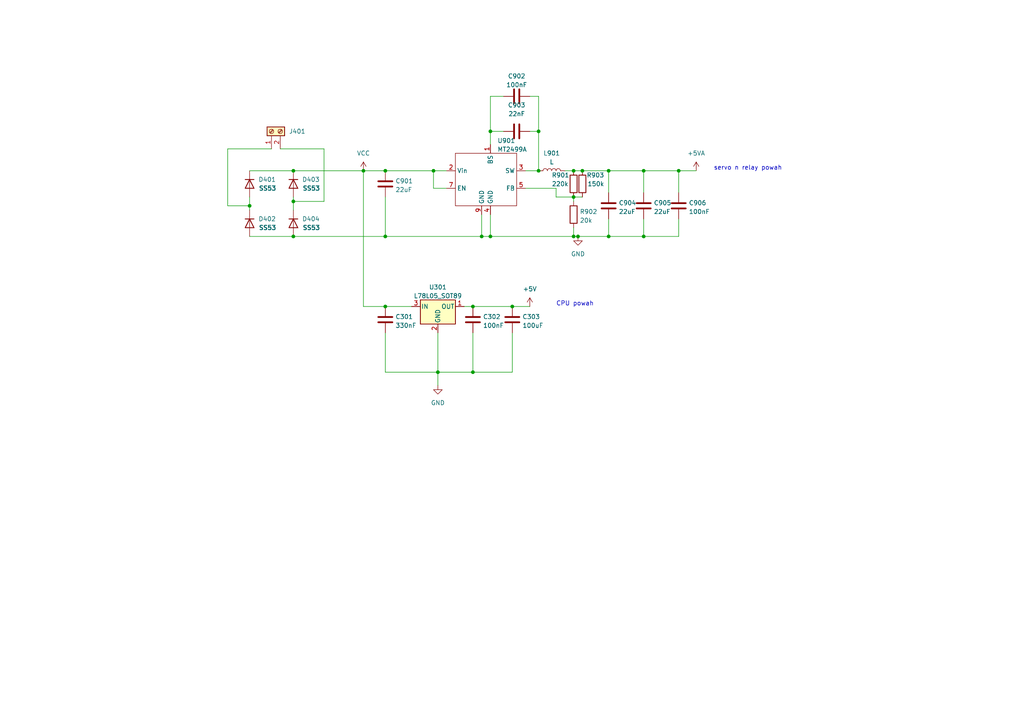
<source format=kicad_sch>
(kicad_sch (version 20230121) (generator eeschema)
  (paper "A4")
  (lib_symbols
    (symbol "Connector:Screw_Terminal_01x02" (pin_names (offset 1.016) hide)
      (property "Reference" "J" (at 0 2.54 0))
      (property "Value" "Screw_Terminal_01x02" (at 0 -5.08 0))
      (symbol "Screw_Terminal_01x02_1_1"
        (rectangle (start -1.27 1.27) (end 1.27 -3.81) (stroke (width 0.254)) (fill (type background)))
        (circle (center 0 -2.54) (radius 0.635) (stroke (width 0.1524)))
        (polyline (pts (xy -0.5334 -2.2098) (xy 0.3302 -3.048)) (stroke (width 0.1524)))
        (polyline (pts (xy -0.5334 0.3302) (xy 0.3302 -0.508)) (stroke (width 0.1524)))
        (polyline (pts (xy -0.3556 -2.032) (xy 0.508 -2.8702)) (stroke (width 0.1524)))
        (polyline (pts (xy -0.3556 0.508) (xy 0.508 -0.3302)) (stroke (width 0.1524)))
        (circle (center 0 0) (radius 0.635) (stroke (width 0.1524)))
        (pin passive line (at -5.08 0 0) (length 3.81) (name "Pin_1") (number "1"))
        (pin passive line (at -5.08 -2.54 0) (length 3.81) (name "Pin_2") (number "2"))
      )
    )
    (symbol "Device:C" (pin_numbers hide) (pin_names (offset 0.254))
      (property "Reference" "C" (at 0.635 2.54 0))
      (property "Value" "C" (at 0.635 -2.54 0))
      (symbol "C_0_1"
        (polyline (pts (xy -2.032 -0.762) (xy 2.032 -0.762)) (stroke (width 0.508)))
        (polyline (pts (xy -2.032 0.762) (xy 2.032 0.762)) (stroke (width 0.508)))
      )
      (symbol "C_1_1"
        (pin passive line (at 0 3.81 270) (length 2.794) (name "~") (number "1"))
        (pin passive line (at 0 -3.81 90) (length 2.794) (name "~") (number "2"))
      )
    )
    (symbol "Device:L" (pin_numbers hide) (pin_names (offset 1.016) hide)
      (property "Reference" "L" (at -1.27 0 90))
      (property "Value" "L" (at 1.905 0 90))
      (symbol "L_0_1"
        (arc (start 0 -2.54) (mid 0.6323 -1.905) (end 0 -1.27))
        (arc (start 0 -1.27) (mid 0.6323 -0.635) (end 0 0))
        (arc (start 0 0) (mid 0.6323 0.635) (end 0 1.27))
        (arc (start 0 1.27) (mid 0.6323 1.905) (end 0 2.54))
      )
      (symbol "L_1_1"
        (pin passive line (at 0 3.81 270) (length 1.27) (name "1") (number "1"))
        (pin passive line (at 0 -3.81 90) (length 1.27) (name "2") (number "2"))
      )
    )
    (symbol "Device:R" (pin_numbers hide) (pin_names (offset 0))
      (property "Reference" "R" (at 2.032 0 90))
      (property "Value" "R" (at 0 0 90))
      (symbol "R_0_1"
        (rectangle (start -1.016 -2.54) (end 1.016 2.54) (stroke (width 0.254)))
      )
      (symbol "R_1_1"
        (pin passive line (at 0 3.81 270) (length 1.27) (name "~") (number "1"))
        (pin passive line (at 0 -3.81 90) (length 1.27) (name "~") (number "2"))
      )
    )
    (symbol "Regulator_Linear:L78L05_SOT89" (pin_names (offset 0.254))
      (property "Reference" "U" (at -3.81 3.175 0))
      (property "Value" "L78L05_SOT89" (at -0.635 3.175 0))
      (symbol "L78L05_SOT89_0_1"
        (rectangle (start -5.08 1.905) (end 5.08 -5.08) (stroke (width 0.254)) (fill (type background)))
      )
      (symbol "L78L05_SOT89_1_1"
        (pin power_out line (at 7.62 0 180) (length 2.54) (name "OUT") (number "1"))
        (pin power_in line (at 0 -7.62 90) (length 2.54) (name "GND") (number "2"))
        (pin power_in line (at -7.62 0 0) (length 2.54) (name "IN") (number "3"))
      )
    )
    (symbol "custom_kicad_lib_sk:MT499A"
      (property "Reference" "U1" (at 2.0194 9.999 0))
      (property "Value" "MT499A" (at 2.0194 7.4621 0))
      (symbol "MT499A_0_1"
        (rectangle (start -10.16 6.35) (end 7.62 -8.89) (stroke (width 0.1524)))
      )
      (symbol "MT499A_1_1"
        (pin input line (at 0 8.89 270) (length 2.54) (name "BS") (number "1"))
        (pin power_in line (at -12.7 1.27 0) (length 2.54) (name "Vin") (number "2"))
        (pin input line (at 10.16 1.27 180) (length 2.54) (name "SW") (number "3"))
        (pin power_in line (at 0 -11.43 90) (length 2.54) (name "GND") (number "4"))
        (pin input line (at 10.16 -3.81 180) (length 2.54) (name "FB") (number "5"))
        (pin no_connect line (at 8.89 -11.43 180) (length 2.54) hide (name "NC") (number "6"))
        (pin input line (at -12.7 -3.81 0) (length 2.54) (name "EN") (number "7"))
        (pin no_connect line (at 8.89 -13.97 180) (length 2.54) hide (name "NC") (number "8"))
        (pin input line (at -2.54 -11.43 90) (length 2.54) (name "GND") (number "9"))
      )
    )
    (symbol "custom_kicad_lib_sk:SS53" (pin_numbers hide) (pin_names (offset 1.016) hide)
      (property "Reference" "D" (at 0 2.54 0))
      (property "Value" "SS53" (at 0 -1.27 0))
      (symbol "SS53_0_1"
        (polyline (pts (xy -1.27 2.54) (xy -1.27 0)) (stroke (width 0.254)))
        (polyline (pts (xy 1.27 1.27) (xy -1.27 1.27)))
        (polyline (pts (xy 1.27 2.54) (xy 1.27 0) (xy -1.27 1.27) (xy 1.27 2.54)) (stroke (width 0.254)))
      )
      (symbol "SS53_1_1"
        (pin passive line (at -3.81 1.27 0) (length 2.54) (name "K") (number "1"))
        (pin passive line (at 3.81 1.27 180) (length 2.54) (name "A") (number "2"))
      )
    )
    (symbol "power:+5V" (power) (pin_names (offset 0))
      (property "Value" "+5V" (at 0 3.556 0))
      (symbol "+5V_0_1"
        (polyline (pts (xy -0.762 1.27) (xy 0 2.54)))
        (polyline (pts (xy 0 0) (xy 0 2.54)))
        (polyline (pts (xy 0 2.54) (xy 0.762 1.27)))
      )
      (symbol "+5V_1_1"
        (pin power_in line (at 0 0 90) (length 0) hide (name "+5V") (number "1"))
      )
    )
    (symbol "power:+5VA" (power) (pin_names (offset 0))
      (property "Value" "+5VA" (at 0 3.556 0))
      (symbol "+5VA_0_1"
        (polyline (pts (xy -0.762 1.27) (xy 0 2.54)))
        (polyline (pts (xy 0 0) (xy 0 2.54)))
        (polyline (pts (xy 0 2.54) (xy 0.762 1.27)))
      )
      (symbol "+5VA_1_1"
        (pin power_in line (at 0 0 90) (length 0) hide (name "+5VA") (number "1"))
      )
    )
    (symbol "power:GND" (power) (pin_names (offset 0))
      (property "Value" "GND" (at 0 -3.81 0))
      (symbol "GND_0_1"
        (polyline (pts (xy 0 0) (xy 0 -1.27) (xy 1.27 -1.27) (xy 0 -2.54) (xy -1.27 -1.27) (xy 0 -1.27)))
      )
      (symbol "GND_1_1"
        (pin power_in line (at 0 0 270) (length 0) hide (name "GND") (number "1"))
      )
    )
    (symbol "power:VCC" (power) (pin_names (offset 0))
      (property "Value" "VCC" (at 0 3.81 0))
      (symbol "VCC_0_1"
        (polyline (pts (xy -0.762 1.27) (xy 0 2.54)))
        (polyline (pts (xy 0 0) (xy 0 2.54)))
        (polyline (pts (xy 0 2.54) (xy 0.762 1.27)))
      )
      (symbol "VCC_1_1"
        (pin power_in line (at 0 0 90) (length 0) hide (name "VCC") (number "1"))
      )
    )
  )
  (junction (at 111.76 68.58))
  (junction (at 137.16 88.9))
  (junction (at 186.69 68.58))
  (junction (at 186.69 49.53))
  (junction (at 105.41 49.53))
  (junction (at 176.53 49.53))
  (junction (at 148.59 88.9))
  (junction (at 127 107.95))
  (junction (at 85.09 49.53))
  (junction (at 111.76 88.9))
  (junction (at 125.73 49.53))
  (junction (at 196.85 49.53))
  (junction (at 168.91 49.53))
  (junction (at 167.64 68.58))
  (junction (at 111.76 49.53))
  (junction (at 166.37 57.15))
  (junction (at 166.37 49.53))
  (junction (at 137.16 107.95))
  (junction (at 139.7 68.58))
  (junction (at 166.37 68.58))
  (junction (at 156.21 49.53))
  (junction (at 85.09 68.58))
  (junction (at 85.09 58.42))
  (junction (at 72.39 59.69))
  (junction (at 156.21 38.1))
  (junction (at 176.53 68.58))
  (junction (at 142.24 38.1))
  (junction (at 142.24 68.58))
  (wire (pts (xy 125.73 49.53) (xy 129.54 49.53)))
  (wire (pts (xy 111.76 88.9) (xy 119.38 88.9)))
  (wire (pts (xy 166.37 68.58) (xy 166.37 66.04)))
  (wire (pts (xy 78.74 43.18) (xy 66.04 43.18)))
  (wire (pts (xy 176.53 68.58) (xy 167.64 68.58)))
  (wire (pts (xy 168.91 49.53) (xy 176.53 49.53)))
  (wire (pts (xy 93.98 43.18) (xy 81.28 43.18)))
  (wire (pts (xy 105.41 88.9) (xy 111.76 88.9)))
  (wire (pts (xy 139.7 62.23) (xy 139.7 68.58)))
  (wire (pts (xy 201.93 49.53) (xy 196.85 49.53)))
  (wire (pts (xy 139.7 68.58) (xy 111.76 68.58)))
  (wire (pts (xy 166.37 57.15) (xy 166.37 58.42)))
  (wire (pts (xy 137.16 96.52) (xy 137.16 107.95)))
  (wire (pts (xy 166.37 49.53) (xy 168.91 49.53)))
  (wire (pts (xy 85.09 68.58) (xy 111.76 68.58)))
  (wire (pts (xy 186.69 63.5) (xy 186.69 68.58)))
  (wire (pts (xy 111.76 49.53) (xy 125.73 49.53)))
  (wire (pts (xy 127 107.95) (xy 127 111.76)))
  (wire (pts (xy 72.39 57.15) (xy 72.39 59.69)))
  (wire (pts (xy 176.53 49.53) (xy 186.69 49.53)))
  (wire (pts (xy 186.69 68.58) (xy 176.53 68.58)))
  (wire (pts (xy 105.41 49.53) (xy 105.41 88.9)))
  (wire (pts (xy 142.24 68.58) (xy 139.7 68.58)))
  (wire (pts (xy 111.76 107.95) (xy 127 107.95)))
  (wire (pts (xy 85.09 57.15) (xy 85.09 58.42)))
  (wire (pts (xy 186.69 49.53) (xy 196.85 49.53)))
  (wire (pts (xy 166.37 68.58) (xy 142.24 68.58)))
  (wire (pts (xy 161.29 54.61) (xy 161.29 57.15)))
  (wire (pts (xy 146.05 27.94) (xy 142.24 27.94)))
  (wire (pts (xy 148.59 96.52) (xy 148.59 107.95)))
  (wire (pts (xy 152.4 49.53) (xy 156.21 49.53)))
  (wire (pts (xy 163.83 49.53) (xy 166.37 49.53)))
  (wire (pts (xy 156.21 38.1) (xy 156.21 27.94)))
  (wire (pts (xy 186.69 49.53) (xy 186.69 55.88)))
  (wire (pts (xy 148.59 88.9) (xy 153.67 88.9)))
  (wire (pts (xy 93.98 43.18) (xy 93.98 58.42)))
  (wire (pts (xy 142.24 27.94) (xy 142.24 38.1)))
  (wire (pts (xy 66.04 43.18) (xy 66.04 59.69)))
  (wire (pts (xy 111.76 96.52) (xy 111.76 107.95)))
  (wire (pts (xy 125.73 49.53) (xy 125.73 54.61)))
  (wire (pts (xy 85.09 49.53) (xy 105.41 49.53)))
  (wire (pts (xy 156.21 27.94) (xy 153.67 27.94)))
  (wire (pts (xy 196.85 63.5) (xy 196.85 68.58)))
  (wire (pts (xy 127 96.52) (xy 127 107.95)))
  (wire (pts (xy 156.21 49.53) (xy 156.21 38.1)))
  (wire (pts (xy 66.04 59.69) (xy 72.39 59.69)))
  (wire (pts (xy 176.53 63.5) (xy 176.53 68.58)))
  (wire (pts (xy 111.76 68.58) (xy 111.76 57.15)))
  (wire (pts (xy 176.53 55.88) (xy 176.53 49.53)))
  (wire (pts (xy 142.24 68.58) (xy 142.24 62.23)))
  (wire (pts (xy 137.16 107.95) (xy 148.59 107.95)))
  (wire (pts (xy 196.85 55.88) (xy 196.85 49.53)))
  (wire (pts (xy 142.24 38.1) (xy 146.05 38.1)))
  (wire (pts (xy 129.54 54.61) (xy 125.73 54.61)))
  (wire (pts (xy 166.37 57.15) (xy 168.91 57.15)))
  (wire (pts (xy 196.85 68.58) (xy 186.69 68.58)))
  (wire (pts (xy 85.09 58.42) (xy 85.09 60.96)))
  (wire (pts (xy 134.62 88.9) (xy 137.16 88.9)))
  (wire (pts (xy 105.41 49.53) (xy 111.76 49.53)))
  (wire (pts (xy 167.64 68.58) (xy 166.37 68.58)))
  (wire (pts (xy 85.09 58.42) (xy 93.98 58.42)))
  (wire (pts (xy 137.16 88.9) (xy 148.59 88.9)))
  (wire (pts (xy 72.39 59.69) (xy 72.39 60.96)))
  (wire (pts (xy 161.29 57.15) (xy 166.37 57.15)))
  (wire (pts (xy 72.39 49.53) (xy 85.09 49.53)))
  (wire (pts (xy 142.24 38.1) (xy 142.24 41.91)))
  (wire (pts (xy 127 107.95) (xy 137.16 107.95)))
  (wire (pts (xy 156.21 38.1) (xy 153.67 38.1)))
  (wire (pts (xy 72.39 68.58) (xy 85.09 68.58)))
  (wire (pts (xy 152.4 54.61) (xy 161.29 54.61)))
  (text "servo n relay powah" (at 207.01 49.53 0) (effects (font (size 1.27 1.27)) (justify left bottom)))
  (text "CPU powah" (at 161.29 88.9 0) (effects (font (size 1.27 1.27)) (justify left bottom)))
  (symbol (lib_id "custom_kicad_lib_sk:SS53") (at 83.82 53.34 270) (unit 1)
    (property "Reference" "D403" (at 87.63 52.07 90) (effects (justify left)))
    (property "Value" "SS53" (at 87.63 54.61 90) (effects (font bold) (justify left)))
    (property "Footprint" "Diode_SMD:D_SMA" (effects hide))
    (property "Sim.Device" "D" (effects hide))
    (property "Sim.Pins" "1=K 2=A" (effects hide))
    (property "JLCPCB Part#" "C8678" (effects hide))
  )
  (symbol (lib_id "power:GND") (at 127 111.76 0) (unit 1)
    (property "Reference" "#PWR0103" (effects hide))
    (property "Value" "GND" (at 127 116.84 0))
    (instances (project "GPIO_UNIT" (path "" (reference "#PWR0103") (unit 1))) (project "LDO" (path "" (reference "#PWR0102") (unit 1))))
  )
  (symbol (lib_id "Device:C") (at 149.86 38.1 90) (unit 1)
    (property "Reference" "C903" (at 149.86 30.48 90))
    (property "Value" "22nF" (at 149.86 33.02 90))
    (property "Footprint" "Capacitor_SMD:C_0402_1005Metric" (effects hide))
    (property "JLCPCB Part#" "C1532" (effects hide))
    (instances (project "GPIO_UNIT" (path "" (reference "C903") (unit 1))) (project "OS-servoDriver" (path "" (reference "C903") (unit 1))) (project "buck_5V" (path "" (reference "C903") (unit 1))) (project "general_schematics" (path "" (reference "C1503") (unit 1))))
  )
  (symbol (lib_id "Device:C") (at 137.16 92.71 0) (unit 1)
    (property "Reference" "C302" (at 140.081 91.8753 0) (effects (justify left)))
    (property "Value" "100nF" (at 140.081 94.4122 0) (effects (justify left)))
    (property "Footprint" "Capacitor_SMD:C_0603_1608Metric_Pad1.08x0.95mm_HandSolder" (effects hide))
    (property "JLCPCB Part#" "C14663" (effects hide))
    (instances (project "GPIO_UNIT" (path "" (reference "C302") (unit 1))) (project "LDO" (path "" (reference "C302") (unit 1))) (project "general_schematics" (path "" (reference "C1802") (unit 1))))
  )
  (symbol (lib_id "custom_kicad_lib_sk:SS53") (at 71.12 64.77 270) (unit 1)
    (property "Reference" "D402" (at 74.93 63.5 90) (effects (justify left)))
    (property "Value" "SS53" (at 74.93 66.04 90) (effects (font bold) (justify left)))
    (property "Footprint" "Diode_SMD:D_SMA" (effects hide))
    (property "Sim.Device" "D" (effects hide))
    (property "Sim.Pins" "1=K 2=A" (effects hide))
    (property "JLCPCB Part#" "C8678" (effects hide))
  )
  (symbol (lib_id "Device:R") (at 168.91 53.34 180) (unit 1)
    (property "Reference" "R903" (at 175.26 50.8 0) (effects (justify left)))
    (property "Value" "150k" (at 175.26 53.34 0) (effects (justify left)))
    (property "Footprint" "Resistor_SMD:R_0603_1608Metric" (effects hide))
    (property "JLCPCB Part#" "C22807" (effects hide))
    (instances (project "GPIO_UNIT" (path "" (reference "R903") (unit 1))) (project "buck_5V" (path "" (reference "R903") (unit 1))) (project "general_schematics" (path "" (reference "R1503") (unit 1))))
  )
  (symbol (lib_id "power:+5VA") (at 201.93 49.53 0) (unit 1)
    (property "Reference" "#PWR0710" (effects hide))
    (property "Value" "+5VA" (at 201.93 44.45 0))
  )
  (symbol (lib_id "Device:C") (at 149.86 27.94 90) (unit 1)
    (property "Reference" "C902" (at 149.86 22.0812 90))
    (property "Value" "100nF" (at 149.86 24.6181 90))
    (property "Footprint" "Capacitor_SMD:C_0402_1005Metric" (effects hide))
    (property "JLCPCB Part#" "C307331" (effects hide))
    (instances (project "GPIO_UNIT" (path "" (reference "C902") (unit 1))) (project "buck_5V" (path "" (reference "C902") (unit 1))) (project "general_schematics" (path "" (reference "C1502") (unit 1))))
  )
  (symbol (lib_id "Device:L") (at 160.02 49.53 90) (unit 1)
    (property "Reference" "L901" (at 160.02 44.45 90))
    (property "Value" "L" (at 160.02 46.99 90))
    (property "Footprint" "Inductor_SMD:L_Bourns-SRU8028_8.0x8.0mm" (effects hide))
    (property "JLCPCB Part#" "C92945" (effects hide))
    (instances (project "GPIO_UNIT" (path "" (reference "L901") (unit 1))) (project "OS-servoDriver" (path "" (reference "L901") (unit 1))) (project "buck_5V" (path "" (reference "L901") (unit 1))) (project "general_schematics" (path "" (reference "L1501") (unit 1))))
  )
  (symbol (lib_id "Regulator_Linear:L78L05_SOT89") (at 127 88.9 0) (unit 1)
    (property "Reference" "U301" (at 127 83.2952 0))
    (property "Value" "L78L05_SOT89" (at 127 85.8321 0))
    (property "Footprint" "Package_TO_SOT_SMD:SOT-89-3" (effects hide))
    (property "Datasheet" "http://www.st.com/content/ccc/resource/technical/document/datasheet/15/55/e5/aa/23/5b/43/fd/CD00000446.pdf/files/CD00000446.pdf/jcr:content/translations/en.CD00000446.pdf" (effects hide))
    (property "JLCPCB Part#" "C71136" (effects hide))
    (instances (project "GPIO_UNIT" (path "" (reference "U301") (unit 1))) (project "LDO" (path "" (reference "U301") (unit 1))) (project "general_schematics" (path "" (reference "U1801") (unit 1))))
  )
  (symbol (lib_id "power:VCC") (at 105.41 49.53 0) (unit 1)
    (property "Reference" "#PWR0116" (effects hide))
    (property "Value" "VCC" (at 105.41 44.45 0))
    (instances (project "GPIO_UNIT" (path "" (reference "#PWR0116") (unit 1))) (project "buck_5V" (path "" (reference "#PWR0103") (unit 1))))
  )
  (symbol (lib_id "Device:C") (at 186.69 59.69 0) (unit 1)
    (property "Reference" "C905" (at 189.611 58.8553 0) (effects (justify left)))
    (property "Value" "22uF" (at 189.611 61.3922 0) (effects (justify left)))
    (property "Footprint" "Capacitor_SMD:C_0603_1608Metric" (effects hide))
    (property "JLCPCB Part#" "C45783" (effects hide))
    (instances (project "GPIO_UNIT" (path "" (reference "C905") (unit 1))) (project "buck_5V" (path "" (reference "C905") (unit 1))) (project "general_schematics" (path "" (reference "C1505") (unit 1))))
  )
  (symbol (lib_id "custom_kicad_lib_sk:SS53") (at 71.12 53.34 270) (unit 1)
    (property "Reference" "D401" (at 74.93 52.07 90) (effects (justify left)))
    (property "Value" "SS53" (at 74.93 54.61 90) (effects (font bold) (justify left)))
    (property "Footprint" "Diode_SMD:D_SMA" (effects hide))
    (property "Sim.Device" "D" (effects hide))
    (property "Sim.Pins" "1=K 2=A" (effects hide))
    (property "JLCPCB Part#" "C8678" (effects hide))
  )
  (symbol (lib_id "Device:C") (at 111.76 53.34 0) (unit 1)
    (property "Reference" "C901" (at 114.681 52.5053 0) (effects (justify left)))
    (property "Value" "22uF" (at 114.681 55.0422 0) (effects (justify left)))
    (property "Footprint" "Capacitor_SMD:C_0603_1608Metric" (effects hide))
    (property "JLCPCB Part#" "C45783" (effects hide))
    (instances (project "GPIO_UNIT" (path "" (reference "C901") (unit 1))) (project "buck_5V" (path "" (reference "C901") (unit 1))) (project "general_schematics" (path "" (reference "C1501") (unit 1))))
  )
  (symbol (lib_id "Connector:Screw_Terminal_01x02") (at 78.74 38.1 90) (unit 1)
    (property "Reference" "J401" (at 83.82 38.1 90) (effects (justify right)))
    (property "Value" "Screw_Terminal_01x02" (effects hide))
    (property "Footprint" "TerminalBlock_Phoenix:TerminalBlock_Phoenix_MKDS-1,5-2-5.08_1x02_P5.08mm_Horizontal" (effects hide))
  )
  (symbol (lib_id "Device:R") (at 166.37 62.23 0) (unit 1)
    (property "Reference" "R902" (at 168.148 61.3953 0) (effects (justify left)))
    (property "Value" "20k" (at 168.148 63.9322 0) (effects (justify left)))
    (property "Footprint" "Resistor_SMD:R_0603_1608Metric" (effects hide))
    (property "JLCPCB Part#" "C4328" (effects hide))
    (instances (project "GPIO_UNIT" (path "" (reference "R902") (unit 1))) (project "buck_5V" (path "" (reference "R902") (unit 1))) (project "general_schematics" (path "" (reference "R1502") (unit 1))))
  )
  (symbol (lib_id "power:GND") (at 167.64 68.58 0) (unit 1)
    (property "Reference" "#PWR0117" (effects hide))
    (property "Value" "GND" (at 167.64 73.66 0))
    (instances (project "GPIO_UNIT" (path "" (reference "#PWR0117") (unit 1))) (project "buck_5V" (path "" (reference "#PWR0101") (unit 1))))
  )
  (symbol (lib_id "custom_kicad_lib_sk:MT499A") (at 142.24 50.8 0) (unit 1)
    (property "Reference" "U901" (at 144.2594 40.801 0) (effects (justify left)))
    (property "Value" "MT2499A" (at 144.2594 43.3379 0) (effects (justify left)))
    (property "Footprint" "Package_SO:TI_SO-PowerPAD-8" (effects hide))
    (property "Datasheet" "https://datasheet.lcsc.com/lcsc/2205121200_XI-AN-Aerosemi-Tech-MT2499A_C3007555.pdf" (effects hide))
    (property "JLCPCB Part#" "C3007555" (effects hide))
    (instances (project "GPIO_UNIT" (path "" (reference "U901") (unit 1))) (project "buck_5V" (path "" (reference "U901") (unit 1))) (project "general_schematics" (path "" (reference "U1501") (unit 1))))
  )
  (symbol (lib_id "Device:C") (at 176.53 59.69 0) (unit 1)
    (property "Reference" "C904" (at 179.451 58.8553 0) (effects (justify left)))
    (property "Value" "22uF" (at 179.451 61.3922 0) (effects (justify left)))
    (property "Footprint" "Capacitor_SMD:C_0603_1608Metric" (effects hide))
    (property "JLCPCB Part#" "C45783" (effects hide))
    (instances (project "GPIO_UNIT" (path "" (reference "C904") (unit 1))) (project "buck_5V" (path "" (reference "C904") (unit 1))) (project "general_schematics" (path "" (reference "C1504") (unit 1))))
  )
  (symbol (lib_id "Device:R") (at 166.37 53.34 0) (unit 1)
    (property "Reference" "R901" (at 160.02 50.8 0) (effects (justify left)))
    (property "Value" "220k" (at 160.02 53.34 0) (effects (justify left)))
    (property "Footprint" "Resistor_SMD:R_0603_1608Metric" (effects hide))
    (property "JLCPCB Part#" "C22961" (effects hide))
    (instances (project "GPIO_UNIT" (path "" (reference "R901") (unit 1))) (project "buck_5V" (path "" (reference "R901") (unit 1))) (project "general_schematics" (path "" (reference "R1501") (unit 1))))
  )
  (symbol (lib_id "power:+5V") (at 153.67 88.9 0) (unit 1)
    (property "Reference" "#PWR0104" (effects hide))
    (property "Value" "+5V" (at 153.67 83.82 0))
    (instances (project "GPIO_UNIT" (path "" (reference "#PWR0104") (unit 1))) (project "LDO" (path "" (reference "#PWR0101") (unit 1))))
  )
  (symbol (lib_id "Device:C") (at 196.85 59.69 0) (unit 1)
    (property "Reference" "C906" (at 199.771 58.8553 0) (effects (justify left)))
    (property "Value" "100nF" (at 199.771 61.3922 0) (effects (justify left)))
    (property "Footprint" "Capacitor_SMD:C_0402_1005Metric" (effects hide))
    (property "JLCPCB Part#" "C307331" (effects hide))
    (instances (project "GPIO_UNIT" (path "" (reference "C906") (unit 1))) (project "buck_5V" (path "" (reference "C906") (unit 1))) (project "general_schematics" (path "" (reference "C1506") (unit 1))))
  )
  (symbol (lib_id "custom_kicad_lib_sk:SS53") (at 83.82 64.77 270) (unit 1)
    (property "Reference" "D404" (at 87.63 63.5 90) (effects (justify left)))
    (property "Value" "SS53" (at 87.63 66.04 90) (effects (font bold) (justify left)))
    (property "Footprint" "Diode_SMD:D_SMA" (effects hide))
    (property "Sim.Device" "D" (effects hide))
    (property "Sim.Pins" "1=K 2=A" (effects hide))
    (property "JLCPCB Part#" "C8678" (effects hide))
  )
  (symbol (lib_id "Device:C") (at 111.76 92.71 0) (unit 1)
    (property "Reference" "C301" (at 114.681 91.8753 0) (effects (justify left)))
    (property "Value" "330nF" (at 114.681 94.4122 0) (effects (justify left)))
    (property "Footprint" "Capacitor_SMD:C_0603_1608Metric_Pad1.08x0.95mm_HandSolder" (effects hide))
    (property "JLCPCB Part#" "C1615" (effects hide))
    (instances (project "GPIO_UNIT" (path "" (reference "C301") (unit 1))) (project "LDO" (path "" (reference "C301") (unit 1))) (project "general_schematics" (path "" (reference "C1801") (unit 1))))
  )
  (symbol (lib_id "Device:C") (at 148.59 92.71 0) (unit 1)
    (property "Reference" "C303" (at 151.511 91.8753 0) (effects (justify left)))
    (property "Value" "100uF" (at 151.511 94.4122 0) (effects (justify left)))
    (property "Footprint" "Capacitor_SMD:C_1206_3216Metric_Pad1.33x1.80mm_HandSolder" (effects hide))
    (property "JLCPCB Part#" "C15008" (effects hide))
    (instances (project "GPIO_UNIT" (path "" (reference "C303") (unit 1))) (project "LDO" (path "" (reference "C303") (unit 1))) (project "general_schematics" (path "" (reference "C1803") (unit 1))))
  )
)
</source>
